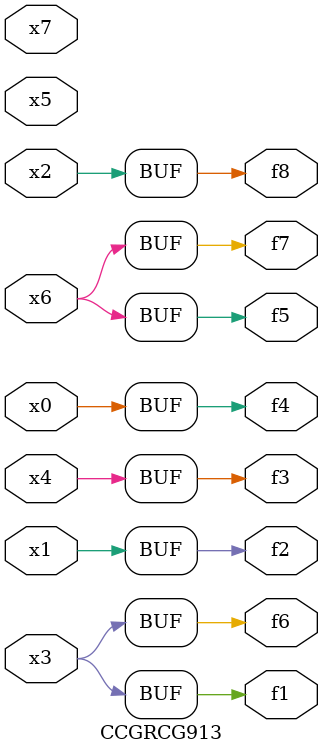
<source format=v>
module CCGRCG913(
	input x0, x1, x2, x3, x4, x5, x6, x7,
	output f1, f2, f3, f4, f5, f6, f7, f8
);
	assign f1 = x3;
	assign f2 = x1;
	assign f3 = x4;
	assign f4 = x0;
	assign f5 = x6;
	assign f6 = x3;
	assign f7 = x6;
	assign f8 = x2;
endmodule

</source>
